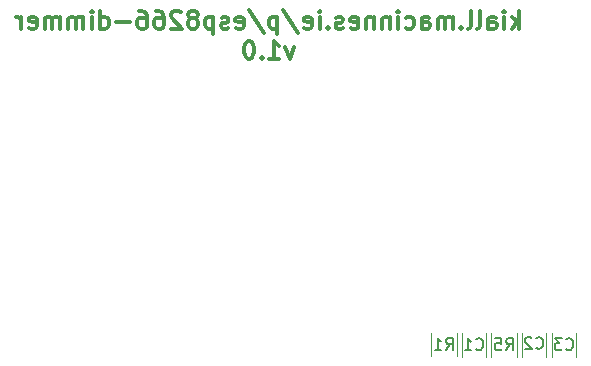
<source format=gbo>
G04 #@! TF.FileFunction,Legend,Bot*
%FSLAX46Y46*%
G04 Gerber Fmt 4.6, Leading zero omitted, Abs format (unit mm)*
G04 Created by KiCad (PCBNEW 4.0.7) date Sun Sep 17 14:25:38 2017*
%MOMM*%
%LPD*%
G01*
G04 APERTURE LIST*
%ADD10C,0.100000*%
%ADD11C,0.300000*%
%ADD12C,0.120000*%
%ADD13C,0.150000*%
G04 APERTURE END LIST*
D10*
D11*
X170403571Y-88176571D02*
X170403571Y-86676571D01*
X170260714Y-87605143D02*
X169832143Y-88176571D01*
X169832143Y-87176571D02*
X170403571Y-87748000D01*
X169189285Y-88176571D02*
X169189285Y-87176571D01*
X169189285Y-86676571D02*
X169260714Y-86748000D01*
X169189285Y-86819429D01*
X169117857Y-86748000D01*
X169189285Y-86676571D01*
X169189285Y-86819429D01*
X167832142Y-88176571D02*
X167832142Y-87390857D01*
X167903571Y-87248000D01*
X168046428Y-87176571D01*
X168332142Y-87176571D01*
X168474999Y-87248000D01*
X167832142Y-88105143D02*
X167974999Y-88176571D01*
X168332142Y-88176571D01*
X168474999Y-88105143D01*
X168546428Y-87962286D01*
X168546428Y-87819429D01*
X168474999Y-87676571D01*
X168332142Y-87605143D01*
X167974999Y-87605143D01*
X167832142Y-87533714D01*
X166903570Y-88176571D02*
X167046428Y-88105143D01*
X167117856Y-87962286D01*
X167117856Y-86676571D01*
X166117856Y-88176571D02*
X166260714Y-88105143D01*
X166332142Y-87962286D01*
X166332142Y-86676571D01*
X165546428Y-88033714D02*
X165475000Y-88105143D01*
X165546428Y-88176571D01*
X165617857Y-88105143D01*
X165546428Y-88033714D01*
X165546428Y-88176571D01*
X164832142Y-88176571D02*
X164832142Y-87176571D01*
X164832142Y-87319429D02*
X164760714Y-87248000D01*
X164617856Y-87176571D01*
X164403571Y-87176571D01*
X164260714Y-87248000D01*
X164189285Y-87390857D01*
X164189285Y-88176571D01*
X164189285Y-87390857D02*
X164117856Y-87248000D01*
X163974999Y-87176571D01*
X163760714Y-87176571D01*
X163617856Y-87248000D01*
X163546428Y-87390857D01*
X163546428Y-88176571D01*
X162189285Y-88176571D02*
X162189285Y-87390857D01*
X162260714Y-87248000D01*
X162403571Y-87176571D01*
X162689285Y-87176571D01*
X162832142Y-87248000D01*
X162189285Y-88105143D02*
X162332142Y-88176571D01*
X162689285Y-88176571D01*
X162832142Y-88105143D01*
X162903571Y-87962286D01*
X162903571Y-87819429D01*
X162832142Y-87676571D01*
X162689285Y-87605143D01*
X162332142Y-87605143D01*
X162189285Y-87533714D01*
X160832142Y-88105143D02*
X160974999Y-88176571D01*
X161260713Y-88176571D01*
X161403571Y-88105143D01*
X161474999Y-88033714D01*
X161546428Y-87890857D01*
X161546428Y-87462286D01*
X161474999Y-87319429D01*
X161403571Y-87248000D01*
X161260713Y-87176571D01*
X160974999Y-87176571D01*
X160832142Y-87248000D01*
X160189285Y-88176571D02*
X160189285Y-87176571D01*
X160189285Y-86676571D02*
X160260714Y-86748000D01*
X160189285Y-86819429D01*
X160117857Y-86748000D01*
X160189285Y-86676571D01*
X160189285Y-86819429D01*
X159474999Y-87176571D02*
X159474999Y-88176571D01*
X159474999Y-87319429D02*
X159403571Y-87248000D01*
X159260713Y-87176571D01*
X159046428Y-87176571D01*
X158903571Y-87248000D01*
X158832142Y-87390857D01*
X158832142Y-88176571D01*
X158117856Y-87176571D02*
X158117856Y-88176571D01*
X158117856Y-87319429D02*
X158046428Y-87248000D01*
X157903570Y-87176571D01*
X157689285Y-87176571D01*
X157546428Y-87248000D01*
X157474999Y-87390857D01*
X157474999Y-88176571D01*
X156189285Y-88105143D02*
X156332142Y-88176571D01*
X156617856Y-88176571D01*
X156760713Y-88105143D01*
X156832142Y-87962286D01*
X156832142Y-87390857D01*
X156760713Y-87248000D01*
X156617856Y-87176571D01*
X156332142Y-87176571D01*
X156189285Y-87248000D01*
X156117856Y-87390857D01*
X156117856Y-87533714D01*
X156832142Y-87676571D01*
X155546428Y-88105143D02*
X155403571Y-88176571D01*
X155117856Y-88176571D01*
X154974999Y-88105143D01*
X154903571Y-87962286D01*
X154903571Y-87890857D01*
X154974999Y-87748000D01*
X155117856Y-87676571D01*
X155332142Y-87676571D01*
X155474999Y-87605143D01*
X155546428Y-87462286D01*
X155546428Y-87390857D01*
X155474999Y-87248000D01*
X155332142Y-87176571D01*
X155117856Y-87176571D01*
X154974999Y-87248000D01*
X154260713Y-88033714D02*
X154189285Y-88105143D01*
X154260713Y-88176571D01*
X154332142Y-88105143D01*
X154260713Y-88033714D01*
X154260713Y-88176571D01*
X153546427Y-88176571D02*
X153546427Y-87176571D01*
X153546427Y-86676571D02*
X153617856Y-86748000D01*
X153546427Y-86819429D01*
X153474999Y-86748000D01*
X153546427Y-86676571D01*
X153546427Y-86819429D01*
X152260713Y-88105143D02*
X152403570Y-88176571D01*
X152689284Y-88176571D01*
X152832141Y-88105143D01*
X152903570Y-87962286D01*
X152903570Y-87390857D01*
X152832141Y-87248000D01*
X152689284Y-87176571D01*
X152403570Y-87176571D01*
X152260713Y-87248000D01*
X152189284Y-87390857D01*
X152189284Y-87533714D01*
X152903570Y-87676571D01*
X150474999Y-86605143D02*
X151760713Y-88533714D01*
X149974998Y-87176571D02*
X149974998Y-88676571D01*
X149974998Y-87248000D02*
X149832141Y-87176571D01*
X149546427Y-87176571D01*
X149403570Y-87248000D01*
X149332141Y-87319429D01*
X149260712Y-87462286D01*
X149260712Y-87890857D01*
X149332141Y-88033714D01*
X149403570Y-88105143D01*
X149546427Y-88176571D01*
X149832141Y-88176571D01*
X149974998Y-88105143D01*
X147546427Y-86605143D02*
X148832141Y-88533714D01*
X146474998Y-88105143D02*
X146617855Y-88176571D01*
X146903569Y-88176571D01*
X147046426Y-88105143D01*
X147117855Y-87962286D01*
X147117855Y-87390857D01*
X147046426Y-87248000D01*
X146903569Y-87176571D01*
X146617855Y-87176571D01*
X146474998Y-87248000D01*
X146403569Y-87390857D01*
X146403569Y-87533714D01*
X147117855Y-87676571D01*
X145832141Y-88105143D02*
X145689284Y-88176571D01*
X145403569Y-88176571D01*
X145260712Y-88105143D01*
X145189284Y-87962286D01*
X145189284Y-87890857D01*
X145260712Y-87748000D01*
X145403569Y-87676571D01*
X145617855Y-87676571D01*
X145760712Y-87605143D01*
X145832141Y-87462286D01*
X145832141Y-87390857D01*
X145760712Y-87248000D01*
X145617855Y-87176571D01*
X145403569Y-87176571D01*
X145260712Y-87248000D01*
X144546426Y-87176571D02*
X144546426Y-88676571D01*
X144546426Y-87248000D02*
X144403569Y-87176571D01*
X144117855Y-87176571D01*
X143974998Y-87248000D01*
X143903569Y-87319429D01*
X143832140Y-87462286D01*
X143832140Y-87890857D01*
X143903569Y-88033714D01*
X143974998Y-88105143D01*
X144117855Y-88176571D01*
X144403569Y-88176571D01*
X144546426Y-88105143D01*
X142974997Y-87319429D02*
X143117855Y-87248000D01*
X143189283Y-87176571D01*
X143260712Y-87033714D01*
X143260712Y-86962286D01*
X143189283Y-86819429D01*
X143117855Y-86748000D01*
X142974997Y-86676571D01*
X142689283Y-86676571D01*
X142546426Y-86748000D01*
X142474997Y-86819429D01*
X142403569Y-86962286D01*
X142403569Y-87033714D01*
X142474997Y-87176571D01*
X142546426Y-87248000D01*
X142689283Y-87319429D01*
X142974997Y-87319429D01*
X143117855Y-87390857D01*
X143189283Y-87462286D01*
X143260712Y-87605143D01*
X143260712Y-87890857D01*
X143189283Y-88033714D01*
X143117855Y-88105143D01*
X142974997Y-88176571D01*
X142689283Y-88176571D01*
X142546426Y-88105143D01*
X142474997Y-88033714D01*
X142403569Y-87890857D01*
X142403569Y-87605143D01*
X142474997Y-87462286D01*
X142546426Y-87390857D01*
X142689283Y-87319429D01*
X141832141Y-86819429D02*
X141760712Y-86748000D01*
X141617855Y-86676571D01*
X141260712Y-86676571D01*
X141117855Y-86748000D01*
X141046426Y-86819429D01*
X140974998Y-86962286D01*
X140974998Y-87105143D01*
X141046426Y-87319429D01*
X141903569Y-88176571D01*
X140974998Y-88176571D01*
X139689284Y-86676571D02*
X139974998Y-86676571D01*
X140117855Y-86748000D01*
X140189284Y-86819429D01*
X140332141Y-87033714D01*
X140403570Y-87319429D01*
X140403570Y-87890857D01*
X140332141Y-88033714D01*
X140260713Y-88105143D01*
X140117855Y-88176571D01*
X139832141Y-88176571D01*
X139689284Y-88105143D01*
X139617855Y-88033714D01*
X139546427Y-87890857D01*
X139546427Y-87533714D01*
X139617855Y-87390857D01*
X139689284Y-87319429D01*
X139832141Y-87248000D01*
X140117855Y-87248000D01*
X140260713Y-87319429D01*
X140332141Y-87390857D01*
X140403570Y-87533714D01*
X138260713Y-86676571D02*
X138546427Y-86676571D01*
X138689284Y-86748000D01*
X138760713Y-86819429D01*
X138903570Y-87033714D01*
X138974999Y-87319429D01*
X138974999Y-87890857D01*
X138903570Y-88033714D01*
X138832142Y-88105143D01*
X138689284Y-88176571D01*
X138403570Y-88176571D01*
X138260713Y-88105143D01*
X138189284Y-88033714D01*
X138117856Y-87890857D01*
X138117856Y-87533714D01*
X138189284Y-87390857D01*
X138260713Y-87319429D01*
X138403570Y-87248000D01*
X138689284Y-87248000D01*
X138832142Y-87319429D01*
X138903570Y-87390857D01*
X138974999Y-87533714D01*
X137474999Y-87605143D02*
X136332142Y-87605143D01*
X134974999Y-88176571D02*
X134974999Y-86676571D01*
X134974999Y-88105143D02*
X135117856Y-88176571D01*
X135403570Y-88176571D01*
X135546428Y-88105143D01*
X135617856Y-88033714D01*
X135689285Y-87890857D01*
X135689285Y-87462286D01*
X135617856Y-87319429D01*
X135546428Y-87248000D01*
X135403570Y-87176571D01*
X135117856Y-87176571D01*
X134974999Y-87248000D01*
X134260713Y-88176571D02*
X134260713Y-87176571D01*
X134260713Y-86676571D02*
X134332142Y-86748000D01*
X134260713Y-86819429D01*
X134189285Y-86748000D01*
X134260713Y-86676571D01*
X134260713Y-86819429D01*
X133546427Y-88176571D02*
X133546427Y-87176571D01*
X133546427Y-87319429D02*
X133474999Y-87248000D01*
X133332141Y-87176571D01*
X133117856Y-87176571D01*
X132974999Y-87248000D01*
X132903570Y-87390857D01*
X132903570Y-88176571D01*
X132903570Y-87390857D02*
X132832141Y-87248000D01*
X132689284Y-87176571D01*
X132474999Y-87176571D01*
X132332141Y-87248000D01*
X132260713Y-87390857D01*
X132260713Y-88176571D01*
X131546427Y-88176571D02*
X131546427Y-87176571D01*
X131546427Y-87319429D02*
X131474999Y-87248000D01*
X131332141Y-87176571D01*
X131117856Y-87176571D01*
X130974999Y-87248000D01*
X130903570Y-87390857D01*
X130903570Y-88176571D01*
X130903570Y-87390857D02*
X130832141Y-87248000D01*
X130689284Y-87176571D01*
X130474999Y-87176571D01*
X130332141Y-87248000D01*
X130260713Y-87390857D01*
X130260713Y-88176571D01*
X128974999Y-88105143D02*
X129117856Y-88176571D01*
X129403570Y-88176571D01*
X129546427Y-88105143D01*
X129617856Y-87962286D01*
X129617856Y-87390857D01*
X129546427Y-87248000D01*
X129403570Y-87176571D01*
X129117856Y-87176571D01*
X128974999Y-87248000D01*
X128903570Y-87390857D01*
X128903570Y-87533714D01*
X129617856Y-87676571D01*
X128260713Y-88176571D02*
X128260713Y-87176571D01*
X128260713Y-87462286D02*
X128189285Y-87319429D01*
X128117856Y-87248000D01*
X127974999Y-87176571D01*
X127832142Y-87176571D01*
X151367856Y-89726571D02*
X151010713Y-90726571D01*
X150653571Y-89726571D01*
X149296428Y-90726571D02*
X150153571Y-90726571D01*
X149724999Y-90726571D02*
X149724999Y-89226571D01*
X149867856Y-89440857D01*
X150010714Y-89583714D01*
X150153571Y-89655143D01*
X148653571Y-90583714D02*
X148582143Y-90655143D01*
X148653571Y-90726571D01*
X148725000Y-90655143D01*
X148653571Y-90583714D01*
X148653571Y-90726571D01*
X147653571Y-89226571D02*
X147510714Y-89226571D01*
X147367857Y-89298000D01*
X147296428Y-89369429D01*
X147224999Y-89512286D01*
X147153571Y-89798000D01*
X147153571Y-90155143D01*
X147224999Y-90440857D01*
X147296428Y-90583714D01*
X147367857Y-90655143D01*
X147510714Y-90726571D01*
X147653571Y-90726571D01*
X147796428Y-90655143D01*
X147867857Y-90583714D01*
X147939285Y-90440857D01*
X148010714Y-90155143D01*
X148010714Y-89798000D01*
X147939285Y-89512286D01*
X147867857Y-89369429D01*
X147796428Y-89298000D01*
X147653571Y-89226571D01*
D12*
X167645000Y-113951000D02*
X167645000Y-115951000D01*
X165605000Y-115951000D02*
X165605000Y-113951000D01*
X170685000Y-115951000D02*
X170685000Y-113951000D01*
X172725000Y-113951000D02*
X172725000Y-115951000D01*
X173225000Y-115951000D02*
X173225000Y-113951000D01*
X175265000Y-113951000D02*
X175265000Y-115951000D01*
X165155000Y-115919000D02*
X165155000Y-113919000D01*
X163015000Y-113919000D02*
X163015000Y-115919000D01*
X168095000Y-113951000D02*
X168095000Y-115951000D01*
X170235000Y-115951000D02*
X170235000Y-113951000D01*
D13*
X166791666Y-115308143D02*
X166839285Y-115355762D01*
X166982142Y-115403381D01*
X167077380Y-115403381D01*
X167220238Y-115355762D01*
X167315476Y-115260524D01*
X167363095Y-115165286D01*
X167410714Y-114974810D01*
X167410714Y-114831952D01*
X167363095Y-114641476D01*
X167315476Y-114546238D01*
X167220238Y-114451000D01*
X167077380Y-114403381D01*
X166982142Y-114403381D01*
X166839285Y-114451000D01*
X166791666Y-114498619D01*
X165839285Y-115403381D02*
X166410714Y-115403381D01*
X166125000Y-115403381D02*
X166125000Y-114403381D01*
X166220238Y-114546238D01*
X166315476Y-114641476D01*
X166410714Y-114689095D01*
X171871666Y-115213143D02*
X171919285Y-115260762D01*
X172062142Y-115308381D01*
X172157380Y-115308381D01*
X172300238Y-115260762D01*
X172395476Y-115165524D01*
X172443095Y-115070286D01*
X172490714Y-114879810D01*
X172490714Y-114736952D01*
X172443095Y-114546476D01*
X172395476Y-114451238D01*
X172300238Y-114356000D01*
X172157380Y-114308381D01*
X172062142Y-114308381D01*
X171919285Y-114356000D01*
X171871666Y-114403619D01*
X171490714Y-114403619D02*
X171443095Y-114356000D01*
X171347857Y-114308381D01*
X171109761Y-114308381D01*
X171014523Y-114356000D01*
X170966904Y-114403619D01*
X170919285Y-114498857D01*
X170919285Y-114594095D01*
X170966904Y-114736952D01*
X171538333Y-115308381D01*
X170919285Y-115308381D01*
X174411666Y-115308143D02*
X174459285Y-115355762D01*
X174602142Y-115403381D01*
X174697380Y-115403381D01*
X174840238Y-115355762D01*
X174935476Y-115260524D01*
X174983095Y-115165286D01*
X175030714Y-114974810D01*
X175030714Y-114831952D01*
X174983095Y-114641476D01*
X174935476Y-114546238D01*
X174840238Y-114451000D01*
X174697380Y-114403381D01*
X174602142Y-114403381D01*
X174459285Y-114451000D01*
X174411666Y-114498619D01*
X174078333Y-114403381D02*
X173459285Y-114403381D01*
X173792619Y-114784333D01*
X173649761Y-114784333D01*
X173554523Y-114831952D01*
X173506904Y-114879571D01*
X173459285Y-114974810D01*
X173459285Y-115212905D01*
X173506904Y-115308143D01*
X173554523Y-115355762D01*
X173649761Y-115403381D01*
X173935476Y-115403381D01*
X174030714Y-115355762D01*
X174078333Y-115308143D01*
X164251666Y-115371381D02*
X164585000Y-114895190D01*
X164823095Y-115371381D02*
X164823095Y-114371381D01*
X164442142Y-114371381D01*
X164346904Y-114419000D01*
X164299285Y-114466619D01*
X164251666Y-114561857D01*
X164251666Y-114704714D01*
X164299285Y-114799952D01*
X164346904Y-114847571D01*
X164442142Y-114895190D01*
X164823095Y-114895190D01*
X163299285Y-115371381D02*
X163870714Y-115371381D01*
X163585000Y-115371381D02*
X163585000Y-114371381D01*
X163680238Y-114514238D01*
X163775476Y-114609476D01*
X163870714Y-114657095D01*
X169331666Y-115403381D02*
X169665000Y-114927190D01*
X169903095Y-115403381D02*
X169903095Y-114403381D01*
X169522142Y-114403381D01*
X169426904Y-114451000D01*
X169379285Y-114498619D01*
X169331666Y-114593857D01*
X169331666Y-114736714D01*
X169379285Y-114831952D01*
X169426904Y-114879571D01*
X169522142Y-114927190D01*
X169903095Y-114927190D01*
X168426904Y-114403381D02*
X168903095Y-114403381D01*
X168950714Y-114879571D01*
X168903095Y-114831952D01*
X168807857Y-114784333D01*
X168569761Y-114784333D01*
X168474523Y-114831952D01*
X168426904Y-114879571D01*
X168379285Y-114974810D01*
X168379285Y-115212905D01*
X168426904Y-115308143D01*
X168474523Y-115355762D01*
X168569761Y-115403381D01*
X168807857Y-115403381D01*
X168903095Y-115355762D01*
X168950714Y-115308143D01*
M02*

</source>
